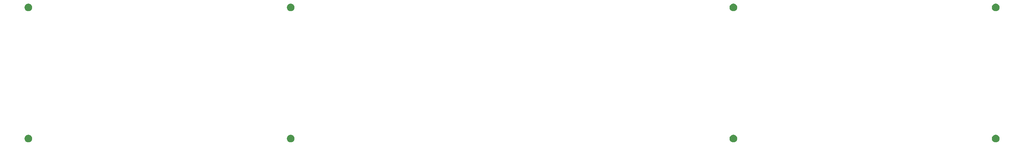
<source format=gbr>
G04 #@! TF.GenerationSoftware,KiCad,Pcbnew,(5.1.4)-1*
G04 #@! TF.CreationDate,2020-05-01T00:58:15-05:00*
G04 #@! TF.ProjectId,augioS_switchplate,61756769-6f53-45f7-9377-69746368706c,rev?*
G04 #@! TF.SameCoordinates,Original*
G04 #@! TF.FileFunction,Soldermask,Bot*
G04 #@! TF.FilePolarity,Negative*
%FSLAX46Y46*%
G04 Gerber Fmt 4.6, Leading zero omitted, Abs format (unit mm)*
G04 Created by KiCad (PCBNEW (5.1.4)-1) date 2020-05-01 00:58:15*
%MOMM*%
%LPD*%
G04 APERTURE LIST*
%ADD10C,0.100000*%
G04 APERTURE END LIST*
D10*
G36*
X303347555Y-126615326D02*
G01*
X303453910Y-126636481D01*
X303554094Y-126677979D01*
X303654280Y-126719477D01*
X303834604Y-126839965D01*
X303987965Y-126993326D01*
X304108453Y-127173650D01*
X304191449Y-127374021D01*
X304233760Y-127586730D01*
X304233760Y-127803610D01*
X304191449Y-128016319D01*
X304108453Y-128216690D01*
X303987965Y-128397014D01*
X303834604Y-128550375D01*
X303654280Y-128670863D01*
X303453910Y-128753859D01*
X303347555Y-128775014D01*
X303241200Y-128796170D01*
X303024320Y-128796170D01*
X302917965Y-128775014D01*
X302811610Y-128753859D01*
X302711426Y-128712361D01*
X302611240Y-128670863D01*
X302430916Y-128550375D01*
X302277555Y-128397014D01*
X302157067Y-128216690D01*
X302074071Y-128016319D01*
X302031760Y-127803610D01*
X302031760Y-127586730D01*
X302074071Y-127374021D01*
X302157067Y-127173650D01*
X302277555Y-126993326D01*
X302430916Y-126839965D01*
X302611240Y-126719477D01*
X302811610Y-126636481D01*
X302917965Y-126615326D01*
X303024320Y-126594170D01*
X303241200Y-126594170D01*
X303347555Y-126615326D01*
X303347555Y-126615326D01*
G37*
G36*
X227147555Y-126615326D02*
G01*
X227253910Y-126636481D01*
X227354094Y-126677979D01*
X227454280Y-126719477D01*
X227634604Y-126839965D01*
X227787965Y-126993326D01*
X227908453Y-127173650D01*
X227991449Y-127374021D01*
X228033760Y-127586730D01*
X228033760Y-127803610D01*
X227991449Y-128016319D01*
X227908453Y-128216690D01*
X227787965Y-128397014D01*
X227634604Y-128550375D01*
X227454280Y-128670863D01*
X227253910Y-128753859D01*
X227147555Y-128775014D01*
X227041200Y-128796170D01*
X226824320Y-128796170D01*
X226717965Y-128775014D01*
X226611610Y-128753859D01*
X226511426Y-128712361D01*
X226411240Y-128670863D01*
X226230916Y-128550375D01*
X226077555Y-128397014D01*
X225957067Y-128216690D01*
X225874071Y-128016319D01*
X225831760Y-127803610D01*
X225831760Y-127586730D01*
X225874071Y-127374021D01*
X225957067Y-127173650D01*
X226077555Y-126993326D01*
X226230916Y-126839965D01*
X226411240Y-126719477D01*
X226511426Y-126677979D01*
X226611610Y-126636481D01*
X226717965Y-126615326D01*
X226824320Y-126594170D01*
X227041200Y-126594170D01*
X227147555Y-126615326D01*
X227147555Y-126615326D01*
G37*
G36*
X98560055Y-126615326D02*
G01*
X98666410Y-126636481D01*
X98766594Y-126677979D01*
X98866780Y-126719477D01*
X99047104Y-126839965D01*
X99200465Y-126993326D01*
X99320953Y-127173650D01*
X99403949Y-127374021D01*
X99446260Y-127586730D01*
X99446260Y-127803610D01*
X99403949Y-128016319D01*
X99320953Y-128216690D01*
X99200465Y-128397014D01*
X99047104Y-128550375D01*
X98866780Y-128670863D01*
X98766594Y-128712361D01*
X98666410Y-128753859D01*
X98560055Y-128775014D01*
X98453700Y-128796170D01*
X98236820Y-128796170D01*
X98130465Y-128775014D01*
X98024110Y-128753859D01*
X97923926Y-128712361D01*
X97823740Y-128670863D01*
X97643416Y-128550375D01*
X97490055Y-128397014D01*
X97369567Y-128216690D01*
X97286571Y-128016319D01*
X97244260Y-127803610D01*
X97244260Y-127586730D01*
X97286571Y-127374021D01*
X97369567Y-127173650D01*
X97490055Y-126993326D01*
X97643416Y-126839965D01*
X97823740Y-126719477D01*
X97923926Y-126677979D01*
X98024110Y-126636481D01*
X98130465Y-126615326D01*
X98236820Y-126594170D01*
X98453700Y-126594170D01*
X98560055Y-126615326D01*
X98560055Y-126615326D01*
G37*
G36*
X22360055Y-126615326D02*
G01*
X22466410Y-126636481D01*
X22566594Y-126677979D01*
X22666780Y-126719477D01*
X22847104Y-126839965D01*
X23000465Y-126993326D01*
X23120953Y-127173650D01*
X23203949Y-127374021D01*
X23246260Y-127586730D01*
X23246260Y-127803610D01*
X23203949Y-128016319D01*
X23120953Y-128216690D01*
X23000465Y-128397014D01*
X22847104Y-128550375D01*
X22666780Y-128670863D01*
X22566594Y-128712361D01*
X22466410Y-128753859D01*
X22360055Y-128775014D01*
X22253700Y-128796170D01*
X22036820Y-128796170D01*
X21930465Y-128775014D01*
X21824110Y-128753859D01*
X21723926Y-128712361D01*
X21623740Y-128670863D01*
X21443416Y-128550375D01*
X21290055Y-128397014D01*
X21169567Y-128216690D01*
X21086571Y-128016319D01*
X21044260Y-127803610D01*
X21044260Y-127586730D01*
X21086571Y-127374021D01*
X21169567Y-127173650D01*
X21290055Y-126993326D01*
X21443416Y-126839965D01*
X21623740Y-126719477D01*
X21723926Y-126677979D01*
X21824110Y-126636481D01*
X21930465Y-126615326D01*
X22036820Y-126594170D01*
X22253700Y-126594170D01*
X22360055Y-126615326D01*
X22360055Y-126615326D01*
G37*
G36*
X303347554Y-88515325D02*
G01*
X303453910Y-88536481D01*
X303654280Y-88619477D01*
X303834604Y-88739965D01*
X303987965Y-88893326D01*
X304108453Y-89073650D01*
X304191449Y-89274021D01*
X304233760Y-89486730D01*
X304233760Y-89703610D01*
X304191449Y-89916319D01*
X304108453Y-90116690D01*
X303987965Y-90297014D01*
X303834604Y-90450375D01*
X303654280Y-90570863D01*
X303554094Y-90612361D01*
X303453910Y-90653859D01*
X303347555Y-90675014D01*
X303241200Y-90696170D01*
X303024320Y-90696170D01*
X302917965Y-90675014D01*
X302811610Y-90653859D01*
X302711426Y-90612361D01*
X302611240Y-90570863D01*
X302430916Y-90450375D01*
X302277555Y-90297014D01*
X302157067Y-90116690D01*
X302074071Y-89916319D01*
X302031760Y-89703610D01*
X302031760Y-89486730D01*
X302074071Y-89274021D01*
X302157067Y-89073650D01*
X302277555Y-88893326D01*
X302430916Y-88739965D01*
X302611240Y-88619477D01*
X302811610Y-88536481D01*
X302917966Y-88515325D01*
X303024320Y-88494170D01*
X303241200Y-88494170D01*
X303347554Y-88515325D01*
X303347554Y-88515325D01*
G37*
G36*
X227147554Y-88515325D02*
G01*
X227253910Y-88536481D01*
X227454280Y-88619477D01*
X227634604Y-88739965D01*
X227787965Y-88893326D01*
X227908453Y-89073650D01*
X227991449Y-89274021D01*
X228033760Y-89486730D01*
X228033760Y-89703610D01*
X227991449Y-89916319D01*
X227908453Y-90116690D01*
X227787965Y-90297014D01*
X227634604Y-90450375D01*
X227454280Y-90570863D01*
X227354094Y-90612361D01*
X227253910Y-90653859D01*
X227147555Y-90675014D01*
X227041200Y-90696170D01*
X226824320Y-90696170D01*
X226717965Y-90675014D01*
X226611610Y-90653859D01*
X226511426Y-90612361D01*
X226411240Y-90570863D01*
X226230916Y-90450375D01*
X226077555Y-90297014D01*
X225957067Y-90116690D01*
X225874071Y-89916319D01*
X225831760Y-89703610D01*
X225831760Y-89486730D01*
X225874071Y-89274021D01*
X225957067Y-89073650D01*
X226077555Y-88893326D01*
X226230916Y-88739965D01*
X226411240Y-88619477D01*
X226611610Y-88536481D01*
X226717966Y-88515325D01*
X226824320Y-88494170D01*
X227041200Y-88494170D01*
X227147554Y-88515325D01*
X227147554Y-88515325D01*
G37*
G36*
X98560054Y-88515325D02*
G01*
X98666410Y-88536481D01*
X98866780Y-88619477D01*
X99047104Y-88739965D01*
X99200465Y-88893326D01*
X99320953Y-89073650D01*
X99403949Y-89274021D01*
X99446260Y-89486730D01*
X99446260Y-89703610D01*
X99403949Y-89916319D01*
X99320953Y-90116690D01*
X99200465Y-90297014D01*
X99047104Y-90450375D01*
X98866780Y-90570863D01*
X98766594Y-90612361D01*
X98666410Y-90653859D01*
X98560055Y-90675014D01*
X98453700Y-90696170D01*
X98236820Y-90696170D01*
X98130465Y-90675014D01*
X98024110Y-90653859D01*
X97923926Y-90612361D01*
X97823740Y-90570863D01*
X97643416Y-90450375D01*
X97490055Y-90297014D01*
X97369567Y-90116690D01*
X97286571Y-89916319D01*
X97244260Y-89703610D01*
X97244260Y-89486730D01*
X97286571Y-89274021D01*
X97369567Y-89073650D01*
X97490055Y-88893326D01*
X97643416Y-88739965D01*
X97823740Y-88619477D01*
X98024110Y-88536481D01*
X98130466Y-88515325D01*
X98236820Y-88494170D01*
X98453700Y-88494170D01*
X98560054Y-88515325D01*
X98560054Y-88515325D01*
G37*
G36*
X22360054Y-88515325D02*
G01*
X22466410Y-88536481D01*
X22666780Y-88619477D01*
X22847104Y-88739965D01*
X23000465Y-88893326D01*
X23120953Y-89073650D01*
X23203949Y-89274021D01*
X23246260Y-89486730D01*
X23246260Y-89703610D01*
X23203949Y-89916319D01*
X23120953Y-90116690D01*
X23000465Y-90297014D01*
X22847104Y-90450375D01*
X22666780Y-90570863D01*
X22566594Y-90612361D01*
X22466410Y-90653859D01*
X22360055Y-90675014D01*
X22253700Y-90696170D01*
X22036820Y-90696170D01*
X21930465Y-90675014D01*
X21824110Y-90653859D01*
X21723926Y-90612361D01*
X21623740Y-90570863D01*
X21443416Y-90450375D01*
X21290055Y-90297014D01*
X21169567Y-90116690D01*
X21086571Y-89916319D01*
X21044260Y-89703610D01*
X21044260Y-89486730D01*
X21086571Y-89274021D01*
X21169567Y-89073650D01*
X21290055Y-88893326D01*
X21443416Y-88739965D01*
X21623740Y-88619477D01*
X21824110Y-88536481D01*
X21930466Y-88515325D01*
X22036820Y-88494170D01*
X22253700Y-88494170D01*
X22360054Y-88515325D01*
X22360054Y-88515325D01*
G37*
M02*

</source>
